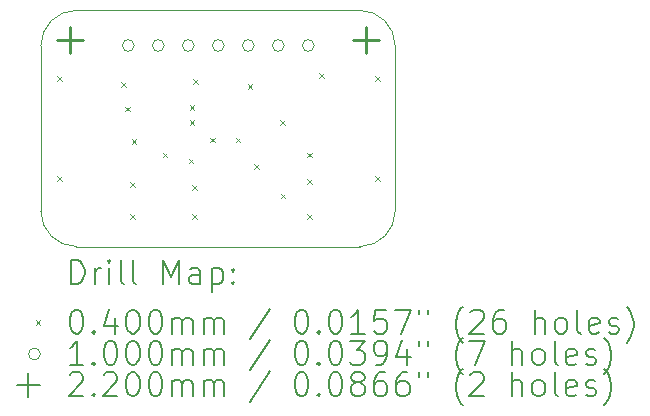
<source format=gbr>
%TF.GenerationSoftware,KiCad,Pcbnew,8.0.5*%
%TF.CreationDate,2024-10-27T10:57:34-07:00*%
%TF.ProjectId,bme688-ezzat-suhaime,626d6536-3838-42d6-957a-7a61742d7375,rev?*%
%TF.SameCoordinates,Original*%
%TF.FileFunction,Drillmap*%
%TF.FilePolarity,Positive*%
%FSLAX45Y45*%
G04 Gerber Fmt 4.5, Leading zero omitted, Abs format (unit mm)*
G04 Created by KiCad (PCBNEW 8.0.5) date 2024-10-27 10:57:34*
%MOMM*%
%LPD*%
G01*
G04 APERTURE LIST*
%ADD10C,0.100000*%
%ADD11C,0.200000*%
%ADD12C,0.220000*%
G04 APERTURE END LIST*
D10*
X21500000Y-8700000D02*
X23900000Y-8700000D01*
X24200000Y-9000000D02*
X24200000Y-10400000D01*
X21200000Y-9000000D02*
G75*
G02*
X21500000Y-8700000I300000J0D01*
G01*
X23900000Y-10700000D02*
X21500000Y-10700000D01*
X23900000Y-8700000D02*
G75*
G02*
X24200000Y-9000000I0J-300000D01*
G01*
X21500000Y-10700000D02*
G75*
G02*
X21200000Y-10400000I0J300000D01*
G01*
X21200000Y-10400000D02*
X21200000Y-9000000D01*
X24200000Y-10400000D02*
G75*
G02*
X23900000Y-10700000I-300000J0D01*
G01*
D11*
D10*
X21336250Y-9255000D02*
X21376250Y-9295000D01*
X21376250Y-9255000D02*
X21336250Y-9295000D01*
X21336250Y-10105000D02*
X21376250Y-10145000D01*
X21376250Y-10105000D02*
X21336250Y-10145000D01*
X21880480Y-9305000D02*
X21920480Y-9345000D01*
X21920480Y-9305000D02*
X21880480Y-9345000D01*
X21911730Y-9514760D02*
X21951730Y-9554760D01*
X21951730Y-9514760D02*
X21911730Y-9554760D01*
X21955000Y-10152500D02*
X21995000Y-10192500D01*
X21995000Y-10152500D02*
X21955000Y-10192500D01*
X21955000Y-10427500D02*
X21995000Y-10467500D01*
X21995000Y-10427500D02*
X21955000Y-10467500D01*
X21967500Y-9792500D02*
X22007500Y-9832500D01*
X22007500Y-9792500D02*
X21967500Y-9832500D01*
X22230000Y-9905000D02*
X22270000Y-9945000D01*
X22270000Y-9905000D02*
X22230000Y-9945000D01*
X22451434Y-9955000D02*
X22491434Y-9995000D01*
X22491434Y-9955000D02*
X22451434Y-9995000D01*
X22459520Y-9505000D02*
X22499520Y-9545000D01*
X22499520Y-9505000D02*
X22459520Y-9545000D01*
X22459520Y-9630000D02*
X22499520Y-9670000D01*
X22499520Y-9630000D02*
X22459520Y-9670000D01*
X22480000Y-10177500D02*
X22520000Y-10217500D01*
X22520000Y-10177500D02*
X22480000Y-10217500D01*
X22480000Y-10427500D02*
X22520000Y-10467500D01*
X22520000Y-10427500D02*
X22480000Y-10467500D01*
X22486114Y-9282500D02*
X22526114Y-9322500D01*
X22526114Y-9282500D02*
X22486114Y-9322500D01*
X22630000Y-9777500D02*
X22670000Y-9817500D01*
X22670000Y-9777500D02*
X22630000Y-9817500D01*
X22850000Y-9777500D02*
X22890000Y-9817500D01*
X22890000Y-9777500D02*
X22850000Y-9817500D01*
X22950000Y-9327500D02*
X22990000Y-9367500D01*
X22990000Y-9327500D02*
X22950000Y-9367500D01*
X23006010Y-10001490D02*
X23046010Y-10041490D01*
X23046010Y-10001490D02*
X23006010Y-10041490D01*
X23226967Y-9630533D02*
X23266967Y-9670533D01*
X23266967Y-9630533D02*
X23226967Y-9670533D01*
X23230000Y-10252500D02*
X23270000Y-10292500D01*
X23270000Y-10252500D02*
X23230000Y-10292500D01*
X23455000Y-9905000D02*
X23495000Y-9945000D01*
X23495000Y-9905000D02*
X23455000Y-9945000D01*
X23455000Y-10127500D02*
X23495000Y-10167500D01*
X23495000Y-10127500D02*
X23455000Y-10167500D01*
X23455000Y-10427500D02*
X23495000Y-10467500D01*
X23495000Y-10427500D02*
X23455000Y-10467500D01*
X23555000Y-9230000D02*
X23595000Y-9270000D01*
X23595000Y-9230000D02*
X23555000Y-9270000D01*
X24030000Y-9255000D02*
X24070000Y-9295000D01*
X24070000Y-9255000D02*
X24030000Y-9295000D01*
X24030000Y-10105000D02*
X24070000Y-10145000D01*
X24070000Y-10105000D02*
X24030000Y-10145000D01*
X21990000Y-8997500D02*
G75*
G02*
X21890000Y-8997500I-50000J0D01*
G01*
X21890000Y-8997500D02*
G75*
G02*
X21990000Y-8997500I50000J0D01*
G01*
X22244000Y-8997500D02*
G75*
G02*
X22144000Y-8997500I-50000J0D01*
G01*
X22144000Y-8997500D02*
G75*
G02*
X22244000Y-8997500I50000J0D01*
G01*
X22498000Y-8997500D02*
G75*
G02*
X22398000Y-8997500I-50000J0D01*
G01*
X22398000Y-8997500D02*
G75*
G02*
X22498000Y-8997500I50000J0D01*
G01*
X22752000Y-8997500D02*
G75*
G02*
X22652000Y-8997500I-50000J0D01*
G01*
X22652000Y-8997500D02*
G75*
G02*
X22752000Y-8997500I50000J0D01*
G01*
X23006000Y-8997500D02*
G75*
G02*
X22906000Y-8997500I-50000J0D01*
G01*
X22906000Y-8997500D02*
G75*
G02*
X23006000Y-8997500I50000J0D01*
G01*
X23260000Y-8997500D02*
G75*
G02*
X23160000Y-8997500I-50000J0D01*
G01*
X23160000Y-8997500D02*
G75*
G02*
X23260000Y-8997500I50000J0D01*
G01*
X23514000Y-8997500D02*
G75*
G02*
X23414000Y-8997500I-50000J0D01*
G01*
X23414000Y-8997500D02*
G75*
G02*
X23514000Y-8997500I50000J0D01*
G01*
D12*
X21450000Y-8840000D02*
X21450000Y-9060000D01*
X21340000Y-8950000D02*
X21560000Y-8950000D01*
X23950000Y-8840000D02*
X23950000Y-9060000D01*
X23840000Y-8950000D02*
X24060000Y-8950000D01*
D11*
X21455777Y-11016484D02*
X21455777Y-10816484D01*
X21455777Y-10816484D02*
X21503396Y-10816484D01*
X21503396Y-10816484D02*
X21531967Y-10826008D01*
X21531967Y-10826008D02*
X21551015Y-10845055D01*
X21551015Y-10845055D02*
X21560539Y-10864103D01*
X21560539Y-10864103D02*
X21570063Y-10902198D01*
X21570063Y-10902198D02*
X21570063Y-10930770D01*
X21570063Y-10930770D02*
X21560539Y-10968865D01*
X21560539Y-10968865D02*
X21551015Y-10987912D01*
X21551015Y-10987912D02*
X21531967Y-11006960D01*
X21531967Y-11006960D02*
X21503396Y-11016484D01*
X21503396Y-11016484D02*
X21455777Y-11016484D01*
X21655777Y-11016484D02*
X21655777Y-10883150D01*
X21655777Y-10921246D02*
X21665301Y-10902198D01*
X21665301Y-10902198D02*
X21674824Y-10892674D01*
X21674824Y-10892674D02*
X21693872Y-10883150D01*
X21693872Y-10883150D02*
X21712920Y-10883150D01*
X21779586Y-11016484D02*
X21779586Y-10883150D01*
X21779586Y-10816484D02*
X21770063Y-10826008D01*
X21770063Y-10826008D02*
X21779586Y-10835531D01*
X21779586Y-10835531D02*
X21789110Y-10826008D01*
X21789110Y-10826008D02*
X21779586Y-10816484D01*
X21779586Y-10816484D02*
X21779586Y-10835531D01*
X21903396Y-11016484D02*
X21884348Y-11006960D01*
X21884348Y-11006960D02*
X21874824Y-10987912D01*
X21874824Y-10987912D02*
X21874824Y-10816484D01*
X22008158Y-11016484D02*
X21989110Y-11006960D01*
X21989110Y-11006960D02*
X21979586Y-10987912D01*
X21979586Y-10987912D02*
X21979586Y-10816484D01*
X22236729Y-11016484D02*
X22236729Y-10816484D01*
X22236729Y-10816484D02*
X22303396Y-10959341D01*
X22303396Y-10959341D02*
X22370062Y-10816484D01*
X22370062Y-10816484D02*
X22370062Y-11016484D01*
X22551015Y-11016484D02*
X22551015Y-10911722D01*
X22551015Y-10911722D02*
X22541491Y-10892674D01*
X22541491Y-10892674D02*
X22522443Y-10883150D01*
X22522443Y-10883150D02*
X22484348Y-10883150D01*
X22484348Y-10883150D02*
X22465301Y-10892674D01*
X22551015Y-11006960D02*
X22531967Y-11016484D01*
X22531967Y-11016484D02*
X22484348Y-11016484D01*
X22484348Y-11016484D02*
X22465301Y-11006960D01*
X22465301Y-11006960D02*
X22455777Y-10987912D01*
X22455777Y-10987912D02*
X22455777Y-10968865D01*
X22455777Y-10968865D02*
X22465301Y-10949817D01*
X22465301Y-10949817D02*
X22484348Y-10940293D01*
X22484348Y-10940293D02*
X22531967Y-10940293D01*
X22531967Y-10940293D02*
X22551015Y-10930770D01*
X22646253Y-10883150D02*
X22646253Y-11083150D01*
X22646253Y-10892674D02*
X22665301Y-10883150D01*
X22665301Y-10883150D02*
X22703396Y-10883150D01*
X22703396Y-10883150D02*
X22722443Y-10892674D01*
X22722443Y-10892674D02*
X22731967Y-10902198D01*
X22731967Y-10902198D02*
X22741491Y-10921246D01*
X22741491Y-10921246D02*
X22741491Y-10978389D01*
X22741491Y-10978389D02*
X22731967Y-10997436D01*
X22731967Y-10997436D02*
X22722443Y-11006960D01*
X22722443Y-11006960D02*
X22703396Y-11016484D01*
X22703396Y-11016484D02*
X22665301Y-11016484D01*
X22665301Y-11016484D02*
X22646253Y-11006960D01*
X22827205Y-10997436D02*
X22836729Y-11006960D01*
X22836729Y-11006960D02*
X22827205Y-11016484D01*
X22827205Y-11016484D02*
X22817682Y-11006960D01*
X22817682Y-11006960D02*
X22827205Y-10997436D01*
X22827205Y-10997436D02*
X22827205Y-11016484D01*
X22827205Y-10892674D02*
X22836729Y-10902198D01*
X22836729Y-10902198D02*
X22827205Y-10911722D01*
X22827205Y-10911722D02*
X22817682Y-10902198D01*
X22817682Y-10902198D02*
X22827205Y-10892674D01*
X22827205Y-10892674D02*
X22827205Y-10911722D01*
D10*
X21155000Y-11325000D02*
X21195000Y-11365000D01*
X21195000Y-11325000D02*
X21155000Y-11365000D01*
D11*
X21493872Y-11236484D02*
X21512920Y-11236484D01*
X21512920Y-11236484D02*
X21531967Y-11246008D01*
X21531967Y-11246008D02*
X21541491Y-11255531D01*
X21541491Y-11255531D02*
X21551015Y-11274579D01*
X21551015Y-11274579D02*
X21560539Y-11312674D01*
X21560539Y-11312674D02*
X21560539Y-11360293D01*
X21560539Y-11360293D02*
X21551015Y-11398388D01*
X21551015Y-11398388D02*
X21541491Y-11417436D01*
X21541491Y-11417436D02*
X21531967Y-11426960D01*
X21531967Y-11426960D02*
X21512920Y-11436484D01*
X21512920Y-11436484D02*
X21493872Y-11436484D01*
X21493872Y-11436484D02*
X21474824Y-11426960D01*
X21474824Y-11426960D02*
X21465301Y-11417436D01*
X21465301Y-11417436D02*
X21455777Y-11398388D01*
X21455777Y-11398388D02*
X21446253Y-11360293D01*
X21446253Y-11360293D02*
X21446253Y-11312674D01*
X21446253Y-11312674D02*
X21455777Y-11274579D01*
X21455777Y-11274579D02*
X21465301Y-11255531D01*
X21465301Y-11255531D02*
X21474824Y-11246008D01*
X21474824Y-11246008D02*
X21493872Y-11236484D01*
X21646253Y-11417436D02*
X21655777Y-11426960D01*
X21655777Y-11426960D02*
X21646253Y-11436484D01*
X21646253Y-11436484D02*
X21636729Y-11426960D01*
X21636729Y-11426960D02*
X21646253Y-11417436D01*
X21646253Y-11417436D02*
X21646253Y-11436484D01*
X21827205Y-11303150D02*
X21827205Y-11436484D01*
X21779586Y-11226960D02*
X21731967Y-11369817D01*
X21731967Y-11369817D02*
X21855777Y-11369817D01*
X21970063Y-11236484D02*
X21989110Y-11236484D01*
X21989110Y-11236484D02*
X22008158Y-11246008D01*
X22008158Y-11246008D02*
X22017682Y-11255531D01*
X22017682Y-11255531D02*
X22027205Y-11274579D01*
X22027205Y-11274579D02*
X22036729Y-11312674D01*
X22036729Y-11312674D02*
X22036729Y-11360293D01*
X22036729Y-11360293D02*
X22027205Y-11398388D01*
X22027205Y-11398388D02*
X22017682Y-11417436D01*
X22017682Y-11417436D02*
X22008158Y-11426960D01*
X22008158Y-11426960D02*
X21989110Y-11436484D01*
X21989110Y-11436484D02*
X21970063Y-11436484D01*
X21970063Y-11436484D02*
X21951015Y-11426960D01*
X21951015Y-11426960D02*
X21941491Y-11417436D01*
X21941491Y-11417436D02*
X21931967Y-11398388D01*
X21931967Y-11398388D02*
X21922444Y-11360293D01*
X21922444Y-11360293D02*
X21922444Y-11312674D01*
X21922444Y-11312674D02*
X21931967Y-11274579D01*
X21931967Y-11274579D02*
X21941491Y-11255531D01*
X21941491Y-11255531D02*
X21951015Y-11246008D01*
X21951015Y-11246008D02*
X21970063Y-11236484D01*
X22160539Y-11236484D02*
X22179586Y-11236484D01*
X22179586Y-11236484D02*
X22198634Y-11246008D01*
X22198634Y-11246008D02*
X22208158Y-11255531D01*
X22208158Y-11255531D02*
X22217682Y-11274579D01*
X22217682Y-11274579D02*
X22227205Y-11312674D01*
X22227205Y-11312674D02*
X22227205Y-11360293D01*
X22227205Y-11360293D02*
X22217682Y-11398388D01*
X22217682Y-11398388D02*
X22208158Y-11417436D01*
X22208158Y-11417436D02*
X22198634Y-11426960D01*
X22198634Y-11426960D02*
X22179586Y-11436484D01*
X22179586Y-11436484D02*
X22160539Y-11436484D01*
X22160539Y-11436484D02*
X22141491Y-11426960D01*
X22141491Y-11426960D02*
X22131967Y-11417436D01*
X22131967Y-11417436D02*
X22122444Y-11398388D01*
X22122444Y-11398388D02*
X22112920Y-11360293D01*
X22112920Y-11360293D02*
X22112920Y-11312674D01*
X22112920Y-11312674D02*
X22122444Y-11274579D01*
X22122444Y-11274579D02*
X22131967Y-11255531D01*
X22131967Y-11255531D02*
X22141491Y-11246008D01*
X22141491Y-11246008D02*
X22160539Y-11236484D01*
X22312920Y-11436484D02*
X22312920Y-11303150D01*
X22312920Y-11322198D02*
X22322444Y-11312674D01*
X22322444Y-11312674D02*
X22341491Y-11303150D01*
X22341491Y-11303150D02*
X22370063Y-11303150D01*
X22370063Y-11303150D02*
X22389110Y-11312674D01*
X22389110Y-11312674D02*
X22398634Y-11331722D01*
X22398634Y-11331722D02*
X22398634Y-11436484D01*
X22398634Y-11331722D02*
X22408158Y-11312674D01*
X22408158Y-11312674D02*
X22427205Y-11303150D01*
X22427205Y-11303150D02*
X22455777Y-11303150D01*
X22455777Y-11303150D02*
X22474824Y-11312674D01*
X22474824Y-11312674D02*
X22484348Y-11331722D01*
X22484348Y-11331722D02*
X22484348Y-11436484D01*
X22579586Y-11436484D02*
X22579586Y-11303150D01*
X22579586Y-11322198D02*
X22589110Y-11312674D01*
X22589110Y-11312674D02*
X22608158Y-11303150D01*
X22608158Y-11303150D02*
X22636729Y-11303150D01*
X22636729Y-11303150D02*
X22655777Y-11312674D01*
X22655777Y-11312674D02*
X22665301Y-11331722D01*
X22665301Y-11331722D02*
X22665301Y-11436484D01*
X22665301Y-11331722D02*
X22674824Y-11312674D01*
X22674824Y-11312674D02*
X22693872Y-11303150D01*
X22693872Y-11303150D02*
X22722443Y-11303150D01*
X22722443Y-11303150D02*
X22741491Y-11312674D01*
X22741491Y-11312674D02*
X22751015Y-11331722D01*
X22751015Y-11331722D02*
X22751015Y-11436484D01*
X23141491Y-11226960D02*
X22970063Y-11484103D01*
X23398634Y-11236484D02*
X23417682Y-11236484D01*
X23417682Y-11236484D02*
X23436729Y-11246008D01*
X23436729Y-11246008D02*
X23446253Y-11255531D01*
X23446253Y-11255531D02*
X23455777Y-11274579D01*
X23455777Y-11274579D02*
X23465301Y-11312674D01*
X23465301Y-11312674D02*
X23465301Y-11360293D01*
X23465301Y-11360293D02*
X23455777Y-11398388D01*
X23455777Y-11398388D02*
X23446253Y-11417436D01*
X23446253Y-11417436D02*
X23436729Y-11426960D01*
X23436729Y-11426960D02*
X23417682Y-11436484D01*
X23417682Y-11436484D02*
X23398634Y-11436484D01*
X23398634Y-11436484D02*
X23379586Y-11426960D01*
X23379586Y-11426960D02*
X23370063Y-11417436D01*
X23370063Y-11417436D02*
X23360539Y-11398388D01*
X23360539Y-11398388D02*
X23351015Y-11360293D01*
X23351015Y-11360293D02*
X23351015Y-11312674D01*
X23351015Y-11312674D02*
X23360539Y-11274579D01*
X23360539Y-11274579D02*
X23370063Y-11255531D01*
X23370063Y-11255531D02*
X23379586Y-11246008D01*
X23379586Y-11246008D02*
X23398634Y-11236484D01*
X23551015Y-11417436D02*
X23560539Y-11426960D01*
X23560539Y-11426960D02*
X23551015Y-11436484D01*
X23551015Y-11436484D02*
X23541491Y-11426960D01*
X23541491Y-11426960D02*
X23551015Y-11417436D01*
X23551015Y-11417436D02*
X23551015Y-11436484D01*
X23684348Y-11236484D02*
X23703396Y-11236484D01*
X23703396Y-11236484D02*
X23722444Y-11246008D01*
X23722444Y-11246008D02*
X23731967Y-11255531D01*
X23731967Y-11255531D02*
X23741491Y-11274579D01*
X23741491Y-11274579D02*
X23751015Y-11312674D01*
X23751015Y-11312674D02*
X23751015Y-11360293D01*
X23751015Y-11360293D02*
X23741491Y-11398388D01*
X23741491Y-11398388D02*
X23731967Y-11417436D01*
X23731967Y-11417436D02*
X23722444Y-11426960D01*
X23722444Y-11426960D02*
X23703396Y-11436484D01*
X23703396Y-11436484D02*
X23684348Y-11436484D01*
X23684348Y-11436484D02*
X23665301Y-11426960D01*
X23665301Y-11426960D02*
X23655777Y-11417436D01*
X23655777Y-11417436D02*
X23646253Y-11398388D01*
X23646253Y-11398388D02*
X23636729Y-11360293D01*
X23636729Y-11360293D02*
X23636729Y-11312674D01*
X23636729Y-11312674D02*
X23646253Y-11274579D01*
X23646253Y-11274579D02*
X23655777Y-11255531D01*
X23655777Y-11255531D02*
X23665301Y-11246008D01*
X23665301Y-11246008D02*
X23684348Y-11236484D01*
X23941491Y-11436484D02*
X23827206Y-11436484D01*
X23884348Y-11436484D02*
X23884348Y-11236484D01*
X23884348Y-11236484D02*
X23865301Y-11265055D01*
X23865301Y-11265055D02*
X23846253Y-11284103D01*
X23846253Y-11284103D02*
X23827206Y-11293627D01*
X24122444Y-11236484D02*
X24027206Y-11236484D01*
X24027206Y-11236484D02*
X24017682Y-11331722D01*
X24017682Y-11331722D02*
X24027206Y-11322198D01*
X24027206Y-11322198D02*
X24046253Y-11312674D01*
X24046253Y-11312674D02*
X24093872Y-11312674D01*
X24093872Y-11312674D02*
X24112920Y-11322198D01*
X24112920Y-11322198D02*
X24122444Y-11331722D01*
X24122444Y-11331722D02*
X24131967Y-11350769D01*
X24131967Y-11350769D02*
X24131967Y-11398388D01*
X24131967Y-11398388D02*
X24122444Y-11417436D01*
X24122444Y-11417436D02*
X24112920Y-11426960D01*
X24112920Y-11426960D02*
X24093872Y-11436484D01*
X24093872Y-11436484D02*
X24046253Y-11436484D01*
X24046253Y-11436484D02*
X24027206Y-11426960D01*
X24027206Y-11426960D02*
X24017682Y-11417436D01*
X24198634Y-11236484D02*
X24331967Y-11236484D01*
X24331967Y-11236484D02*
X24246253Y-11436484D01*
X24398634Y-11236484D02*
X24398634Y-11274579D01*
X24474825Y-11236484D02*
X24474825Y-11274579D01*
X24770063Y-11512674D02*
X24760539Y-11503150D01*
X24760539Y-11503150D02*
X24741491Y-11474579D01*
X24741491Y-11474579D02*
X24731968Y-11455531D01*
X24731968Y-11455531D02*
X24722444Y-11426960D01*
X24722444Y-11426960D02*
X24712920Y-11379341D01*
X24712920Y-11379341D02*
X24712920Y-11341246D01*
X24712920Y-11341246D02*
X24722444Y-11293627D01*
X24722444Y-11293627D02*
X24731968Y-11265055D01*
X24731968Y-11265055D02*
X24741491Y-11246008D01*
X24741491Y-11246008D02*
X24760539Y-11217436D01*
X24760539Y-11217436D02*
X24770063Y-11207912D01*
X24836729Y-11255531D02*
X24846253Y-11246008D01*
X24846253Y-11246008D02*
X24865301Y-11236484D01*
X24865301Y-11236484D02*
X24912920Y-11236484D01*
X24912920Y-11236484D02*
X24931968Y-11246008D01*
X24931968Y-11246008D02*
X24941491Y-11255531D01*
X24941491Y-11255531D02*
X24951015Y-11274579D01*
X24951015Y-11274579D02*
X24951015Y-11293627D01*
X24951015Y-11293627D02*
X24941491Y-11322198D01*
X24941491Y-11322198D02*
X24827206Y-11436484D01*
X24827206Y-11436484D02*
X24951015Y-11436484D01*
X25122444Y-11236484D02*
X25084348Y-11236484D01*
X25084348Y-11236484D02*
X25065301Y-11246008D01*
X25065301Y-11246008D02*
X25055777Y-11255531D01*
X25055777Y-11255531D02*
X25036729Y-11284103D01*
X25036729Y-11284103D02*
X25027206Y-11322198D01*
X25027206Y-11322198D02*
X25027206Y-11398388D01*
X25027206Y-11398388D02*
X25036729Y-11417436D01*
X25036729Y-11417436D02*
X25046253Y-11426960D01*
X25046253Y-11426960D02*
X25065301Y-11436484D01*
X25065301Y-11436484D02*
X25103396Y-11436484D01*
X25103396Y-11436484D02*
X25122444Y-11426960D01*
X25122444Y-11426960D02*
X25131968Y-11417436D01*
X25131968Y-11417436D02*
X25141491Y-11398388D01*
X25141491Y-11398388D02*
X25141491Y-11350769D01*
X25141491Y-11350769D02*
X25131968Y-11331722D01*
X25131968Y-11331722D02*
X25122444Y-11322198D01*
X25122444Y-11322198D02*
X25103396Y-11312674D01*
X25103396Y-11312674D02*
X25065301Y-11312674D01*
X25065301Y-11312674D02*
X25046253Y-11322198D01*
X25046253Y-11322198D02*
X25036729Y-11331722D01*
X25036729Y-11331722D02*
X25027206Y-11350769D01*
X25379587Y-11436484D02*
X25379587Y-11236484D01*
X25465301Y-11436484D02*
X25465301Y-11331722D01*
X25465301Y-11331722D02*
X25455777Y-11312674D01*
X25455777Y-11312674D02*
X25436730Y-11303150D01*
X25436730Y-11303150D02*
X25408158Y-11303150D01*
X25408158Y-11303150D02*
X25389110Y-11312674D01*
X25389110Y-11312674D02*
X25379587Y-11322198D01*
X25589110Y-11436484D02*
X25570063Y-11426960D01*
X25570063Y-11426960D02*
X25560539Y-11417436D01*
X25560539Y-11417436D02*
X25551015Y-11398388D01*
X25551015Y-11398388D02*
X25551015Y-11341246D01*
X25551015Y-11341246D02*
X25560539Y-11322198D01*
X25560539Y-11322198D02*
X25570063Y-11312674D01*
X25570063Y-11312674D02*
X25589110Y-11303150D01*
X25589110Y-11303150D02*
X25617682Y-11303150D01*
X25617682Y-11303150D02*
X25636730Y-11312674D01*
X25636730Y-11312674D02*
X25646253Y-11322198D01*
X25646253Y-11322198D02*
X25655777Y-11341246D01*
X25655777Y-11341246D02*
X25655777Y-11398388D01*
X25655777Y-11398388D02*
X25646253Y-11417436D01*
X25646253Y-11417436D02*
X25636730Y-11426960D01*
X25636730Y-11426960D02*
X25617682Y-11436484D01*
X25617682Y-11436484D02*
X25589110Y-11436484D01*
X25770063Y-11436484D02*
X25751015Y-11426960D01*
X25751015Y-11426960D02*
X25741491Y-11407912D01*
X25741491Y-11407912D02*
X25741491Y-11236484D01*
X25922444Y-11426960D02*
X25903396Y-11436484D01*
X25903396Y-11436484D02*
X25865301Y-11436484D01*
X25865301Y-11436484D02*
X25846253Y-11426960D01*
X25846253Y-11426960D02*
X25836730Y-11407912D01*
X25836730Y-11407912D02*
X25836730Y-11331722D01*
X25836730Y-11331722D02*
X25846253Y-11312674D01*
X25846253Y-11312674D02*
X25865301Y-11303150D01*
X25865301Y-11303150D02*
X25903396Y-11303150D01*
X25903396Y-11303150D02*
X25922444Y-11312674D01*
X25922444Y-11312674D02*
X25931968Y-11331722D01*
X25931968Y-11331722D02*
X25931968Y-11350769D01*
X25931968Y-11350769D02*
X25836730Y-11369817D01*
X26008158Y-11426960D02*
X26027206Y-11436484D01*
X26027206Y-11436484D02*
X26065301Y-11436484D01*
X26065301Y-11436484D02*
X26084349Y-11426960D01*
X26084349Y-11426960D02*
X26093872Y-11407912D01*
X26093872Y-11407912D02*
X26093872Y-11398388D01*
X26093872Y-11398388D02*
X26084349Y-11379341D01*
X26084349Y-11379341D02*
X26065301Y-11369817D01*
X26065301Y-11369817D02*
X26036730Y-11369817D01*
X26036730Y-11369817D02*
X26017682Y-11360293D01*
X26017682Y-11360293D02*
X26008158Y-11341246D01*
X26008158Y-11341246D02*
X26008158Y-11331722D01*
X26008158Y-11331722D02*
X26017682Y-11312674D01*
X26017682Y-11312674D02*
X26036730Y-11303150D01*
X26036730Y-11303150D02*
X26065301Y-11303150D01*
X26065301Y-11303150D02*
X26084349Y-11312674D01*
X26160539Y-11512674D02*
X26170063Y-11503150D01*
X26170063Y-11503150D02*
X26189111Y-11474579D01*
X26189111Y-11474579D02*
X26198634Y-11455531D01*
X26198634Y-11455531D02*
X26208158Y-11426960D01*
X26208158Y-11426960D02*
X26217682Y-11379341D01*
X26217682Y-11379341D02*
X26217682Y-11341246D01*
X26217682Y-11341246D02*
X26208158Y-11293627D01*
X26208158Y-11293627D02*
X26198634Y-11265055D01*
X26198634Y-11265055D02*
X26189111Y-11246008D01*
X26189111Y-11246008D02*
X26170063Y-11217436D01*
X26170063Y-11217436D02*
X26160539Y-11207912D01*
D10*
X21195000Y-11609000D02*
G75*
G02*
X21095000Y-11609000I-50000J0D01*
G01*
X21095000Y-11609000D02*
G75*
G02*
X21195000Y-11609000I50000J0D01*
G01*
D11*
X21560539Y-11700484D02*
X21446253Y-11700484D01*
X21503396Y-11700484D02*
X21503396Y-11500484D01*
X21503396Y-11500484D02*
X21484348Y-11529055D01*
X21484348Y-11529055D02*
X21465301Y-11548103D01*
X21465301Y-11548103D02*
X21446253Y-11557627D01*
X21646253Y-11681436D02*
X21655777Y-11690960D01*
X21655777Y-11690960D02*
X21646253Y-11700484D01*
X21646253Y-11700484D02*
X21636729Y-11690960D01*
X21636729Y-11690960D02*
X21646253Y-11681436D01*
X21646253Y-11681436D02*
X21646253Y-11700484D01*
X21779586Y-11500484D02*
X21798634Y-11500484D01*
X21798634Y-11500484D02*
X21817682Y-11510008D01*
X21817682Y-11510008D02*
X21827205Y-11519531D01*
X21827205Y-11519531D02*
X21836729Y-11538579D01*
X21836729Y-11538579D02*
X21846253Y-11576674D01*
X21846253Y-11576674D02*
X21846253Y-11624293D01*
X21846253Y-11624293D02*
X21836729Y-11662388D01*
X21836729Y-11662388D02*
X21827205Y-11681436D01*
X21827205Y-11681436D02*
X21817682Y-11690960D01*
X21817682Y-11690960D02*
X21798634Y-11700484D01*
X21798634Y-11700484D02*
X21779586Y-11700484D01*
X21779586Y-11700484D02*
X21760539Y-11690960D01*
X21760539Y-11690960D02*
X21751015Y-11681436D01*
X21751015Y-11681436D02*
X21741491Y-11662388D01*
X21741491Y-11662388D02*
X21731967Y-11624293D01*
X21731967Y-11624293D02*
X21731967Y-11576674D01*
X21731967Y-11576674D02*
X21741491Y-11538579D01*
X21741491Y-11538579D02*
X21751015Y-11519531D01*
X21751015Y-11519531D02*
X21760539Y-11510008D01*
X21760539Y-11510008D02*
X21779586Y-11500484D01*
X21970063Y-11500484D02*
X21989110Y-11500484D01*
X21989110Y-11500484D02*
X22008158Y-11510008D01*
X22008158Y-11510008D02*
X22017682Y-11519531D01*
X22017682Y-11519531D02*
X22027205Y-11538579D01*
X22027205Y-11538579D02*
X22036729Y-11576674D01*
X22036729Y-11576674D02*
X22036729Y-11624293D01*
X22036729Y-11624293D02*
X22027205Y-11662388D01*
X22027205Y-11662388D02*
X22017682Y-11681436D01*
X22017682Y-11681436D02*
X22008158Y-11690960D01*
X22008158Y-11690960D02*
X21989110Y-11700484D01*
X21989110Y-11700484D02*
X21970063Y-11700484D01*
X21970063Y-11700484D02*
X21951015Y-11690960D01*
X21951015Y-11690960D02*
X21941491Y-11681436D01*
X21941491Y-11681436D02*
X21931967Y-11662388D01*
X21931967Y-11662388D02*
X21922444Y-11624293D01*
X21922444Y-11624293D02*
X21922444Y-11576674D01*
X21922444Y-11576674D02*
X21931967Y-11538579D01*
X21931967Y-11538579D02*
X21941491Y-11519531D01*
X21941491Y-11519531D02*
X21951015Y-11510008D01*
X21951015Y-11510008D02*
X21970063Y-11500484D01*
X22160539Y-11500484D02*
X22179586Y-11500484D01*
X22179586Y-11500484D02*
X22198634Y-11510008D01*
X22198634Y-11510008D02*
X22208158Y-11519531D01*
X22208158Y-11519531D02*
X22217682Y-11538579D01*
X22217682Y-11538579D02*
X22227205Y-11576674D01*
X22227205Y-11576674D02*
X22227205Y-11624293D01*
X22227205Y-11624293D02*
X22217682Y-11662388D01*
X22217682Y-11662388D02*
X22208158Y-11681436D01*
X22208158Y-11681436D02*
X22198634Y-11690960D01*
X22198634Y-11690960D02*
X22179586Y-11700484D01*
X22179586Y-11700484D02*
X22160539Y-11700484D01*
X22160539Y-11700484D02*
X22141491Y-11690960D01*
X22141491Y-11690960D02*
X22131967Y-11681436D01*
X22131967Y-11681436D02*
X22122444Y-11662388D01*
X22122444Y-11662388D02*
X22112920Y-11624293D01*
X22112920Y-11624293D02*
X22112920Y-11576674D01*
X22112920Y-11576674D02*
X22122444Y-11538579D01*
X22122444Y-11538579D02*
X22131967Y-11519531D01*
X22131967Y-11519531D02*
X22141491Y-11510008D01*
X22141491Y-11510008D02*
X22160539Y-11500484D01*
X22312920Y-11700484D02*
X22312920Y-11567150D01*
X22312920Y-11586198D02*
X22322444Y-11576674D01*
X22322444Y-11576674D02*
X22341491Y-11567150D01*
X22341491Y-11567150D02*
X22370063Y-11567150D01*
X22370063Y-11567150D02*
X22389110Y-11576674D01*
X22389110Y-11576674D02*
X22398634Y-11595722D01*
X22398634Y-11595722D02*
X22398634Y-11700484D01*
X22398634Y-11595722D02*
X22408158Y-11576674D01*
X22408158Y-11576674D02*
X22427205Y-11567150D01*
X22427205Y-11567150D02*
X22455777Y-11567150D01*
X22455777Y-11567150D02*
X22474824Y-11576674D01*
X22474824Y-11576674D02*
X22484348Y-11595722D01*
X22484348Y-11595722D02*
X22484348Y-11700484D01*
X22579586Y-11700484D02*
X22579586Y-11567150D01*
X22579586Y-11586198D02*
X22589110Y-11576674D01*
X22589110Y-11576674D02*
X22608158Y-11567150D01*
X22608158Y-11567150D02*
X22636729Y-11567150D01*
X22636729Y-11567150D02*
X22655777Y-11576674D01*
X22655777Y-11576674D02*
X22665301Y-11595722D01*
X22665301Y-11595722D02*
X22665301Y-11700484D01*
X22665301Y-11595722D02*
X22674824Y-11576674D01*
X22674824Y-11576674D02*
X22693872Y-11567150D01*
X22693872Y-11567150D02*
X22722443Y-11567150D01*
X22722443Y-11567150D02*
X22741491Y-11576674D01*
X22741491Y-11576674D02*
X22751015Y-11595722D01*
X22751015Y-11595722D02*
X22751015Y-11700484D01*
X23141491Y-11490960D02*
X22970063Y-11748103D01*
X23398634Y-11500484D02*
X23417682Y-11500484D01*
X23417682Y-11500484D02*
X23436729Y-11510008D01*
X23436729Y-11510008D02*
X23446253Y-11519531D01*
X23446253Y-11519531D02*
X23455777Y-11538579D01*
X23455777Y-11538579D02*
X23465301Y-11576674D01*
X23465301Y-11576674D02*
X23465301Y-11624293D01*
X23465301Y-11624293D02*
X23455777Y-11662388D01*
X23455777Y-11662388D02*
X23446253Y-11681436D01*
X23446253Y-11681436D02*
X23436729Y-11690960D01*
X23436729Y-11690960D02*
X23417682Y-11700484D01*
X23417682Y-11700484D02*
X23398634Y-11700484D01*
X23398634Y-11700484D02*
X23379586Y-11690960D01*
X23379586Y-11690960D02*
X23370063Y-11681436D01*
X23370063Y-11681436D02*
X23360539Y-11662388D01*
X23360539Y-11662388D02*
X23351015Y-11624293D01*
X23351015Y-11624293D02*
X23351015Y-11576674D01*
X23351015Y-11576674D02*
X23360539Y-11538579D01*
X23360539Y-11538579D02*
X23370063Y-11519531D01*
X23370063Y-11519531D02*
X23379586Y-11510008D01*
X23379586Y-11510008D02*
X23398634Y-11500484D01*
X23551015Y-11681436D02*
X23560539Y-11690960D01*
X23560539Y-11690960D02*
X23551015Y-11700484D01*
X23551015Y-11700484D02*
X23541491Y-11690960D01*
X23541491Y-11690960D02*
X23551015Y-11681436D01*
X23551015Y-11681436D02*
X23551015Y-11700484D01*
X23684348Y-11500484D02*
X23703396Y-11500484D01*
X23703396Y-11500484D02*
X23722444Y-11510008D01*
X23722444Y-11510008D02*
X23731967Y-11519531D01*
X23731967Y-11519531D02*
X23741491Y-11538579D01*
X23741491Y-11538579D02*
X23751015Y-11576674D01*
X23751015Y-11576674D02*
X23751015Y-11624293D01*
X23751015Y-11624293D02*
X23741491Y-11662388D01*
X23741491Y-11662388D02*
X23731967Y-11681436D01*
X23731967Y-11681436D02*
X23722444Y-11690960D01*
X23722444Y-11690960D02*
X23703396Y-11700484D01*
X23703396Y-11700484D02*
X23684348Y-11700484D01*
X23684348Y-11700484D02*
X23665301Y-11690960D01*
X23665301Y-11690960D02*
X23655777Y-11681436D01*
X23655777Y-11681436D02*
X23646253Y-11662388D01*
X23646253Y-11662388D02*
X23636729Y-11624293D01*
X23636729Y-11624293D02*
X23636729Y-11576674D01*
X23636729Y-11576674D02*
X23646253Y-11538579D01*
X23646253Y-11538579D02*
X23655777Y-11519531D01*
X23655777Y-11519531D02*
X23665301Y-11510008D01*
X23665301Y-11510008D02*
X23684348Y-11500484D01*
X23817682Y-11500484D02*
X23941491Y-11500484D01*
X23941491Y-11500484D02*
X23874825Y-11576674D01*
X23874825Y-11576674D02*
X23903396Y-11576674D01*
X23903396Y-11576674D02*
X23922444Y-11586198D01*
X23922444Y-11586198D02*
X23931967Y-11595722D01*
X23931967Y-11595722D02*
X23941491Y-11614769D01*
X23941491Y-11614769D02*
X23941491Y-11662388D01*
X23941491Y-11662388D02*
X23931967Y-11681436D01*
X23931967Y-11681436D02*
X23922444Y-11690960D01*
X23922444Y-11690960D02*
X23903396Y-11700484D01*
X23903396Y-11700484D02*
X23846253Y-11700484D01*
X23846253Y-11700484D02*
X23827206Y-11690960D01*
X23827206Y-11690960D02*
X23817682Y-11681436D01*
X24036729Y-11700484D02*
X24074825Y-11700484D01*
X24074825Y-11700484D02*
X24093872Y-11690960D01*
X24093872Y-11690960D02*
X24103396Y-11681436D01*
X24103396Y-11681436D02*
X24122444Y-11652865D01*
X24122444Y-11652865D02*
X24131967Y-11614769D01*
X24131967Y-11614769D02*
X24131967Y-11538579D01*
X24131967Y-11538579D02*
X24122444Y-11519531D01*
X24122444Y-11519531D02*
X24112920Y-11510008D01*
X24112920Y-11510008D02*
X24093872Y-11500484D01*
X24093872Y-11500484D02*
X24055777Y-11500484D01*
X24055777Y-11500484D02*
X24036729Y-11510008D01*
X24036729Y-11510008D02*
X24027206Y-11519531D01*
X24027206Y-11519531D02*
X24017682Y-11538579D01*
X24017682Y-11538579D02*
X24017682Y-11586198D01*
X24017682Y-11586198D02*
X24027206Y-11605246D01*
X24027206Y-11605246D02*
X24036729Y-11614769D01*
X24036729Y-11614769D02*
X24055777Y-11624293D01*
X24055777Y-11624293D02*
X24093872Y-11624293D01*
X24093872Y-11624293D02*
X24112920Y-11614769D01*
X24112920Y-11614769D02*
X24122444Y-11605246D01*
X24122444Y-11605246D02*
X24131967Y-11586198D01*
X24303396Y-11567150D02*
X24303396Y-11700484D01*
X24255777Y-11490960D02*
X24208158Y-11633817D01*
X24208158Y-11633817D02*
X24331967Y-11633817D01*
X24398634Y-11500484D02*
X24398634Y-11538579D01*
X24474825Y-11500484D02*
X24474825Y-11538579D01*
X24770063Y-11776674D02*
X24760539Y-11767150D01*
X24760539Y-11767150D02*
X24741491Y-11738579D01*
X24741491Y-11738579D02*
X24731968Y-11719531D01*
X24731968Y-11719531D02*
X24722444Y-11690960D01*
X24722444Y-11690960D02*
X24712920Y-11643341D01*
X24712920Y-11643341D02*
X24712920Y-11605246D01*
X24712920Y-11605246D02*
X24722444Y-11557627D01*
X24722444Y-11557627D02*
X24731968Y-11529055D01*
X24731968Y-11529055D02*
X24741491Y-11510008D01*
X24741491Y-11510008D02*
X24760539Y-11481436D01*
X24760539Y-11481436D02*
X24770063Y-11471912D01*
X24827206Y-11500484D02*
X24960539Y-11500484D01*
X24960539Y-11500484D02*
X24874825Y-11700484D01*
X25189110Y-11700484D02*
X25189110Y-11500484D01*
X25274825Y-11700484D02*
X25274825Y-11595722D01*
X25274825Y-11595722D02*
X25265301Y-11576674D01*
X25265301Y-11576674D02*
X25246253Y-11567150D01*
X25246253Y-11567150D02*
X25217682Y-11567150D01*
X25217682Y-11567150D02*
X25198634Y-11576674D01*
X25198634Y-11576674D02*
X25189110Y-11586198D01*
X25398634Y-11700484D02*
X25379587Y-11690960D01*
X25379587Y-11690960D02*
X25370063Y-11681436D01*
X25370063Y-11681436D02*
X25360539Y-11662388D01*
X25360539Y-11662388D02*
X25360539Y-11605246D01*
X25360539Y-11605246D02*
X25370063Y-11586198D01*
X25370063Y-11586198D02*
X25379587Y-11576674D01*
X25379587Y-11576674D02*
X25398634Y-11567150D01*
X25398634Y-11567150D02*
X25427206Y-11567150D01*
X25427206Y-11567150D02*
X25446253Y-11576674D01*
X25446253Y-11576674D02*
X25455777Y-11586198D01*
X25455777Y-11586198D02*
X25465301Y-11605246D01*
X25465301Y-11605246D02*
X25465301Y-11662388D01*
X25465301Y-11662388D02*
X25455777Y-11681436D01*
X25455777Y-11681436D02*
X25446253Y-11690960D01*
X25446253Y-11690960D02*
X25427206Y-11700484D01*
X25427206Y-11700484D02*
X25398634Y-11700484D01*
X25579587Y-11700484D02*
X25560539Y-11690960D01*
X25560539Y-11690960D02*
X25551015Y-11671912D01*
X25551015Y-11671912D02*
X25551015Y-11500484D01*
X25731968Y-11690960D02*
X25712920Y-11700484D01*
X25712920Y-11700484D02*
X25674825Y-11700484D01*
X25674825Y-11700484D02*
X25655777Y-11690960D01*
X25655777Y-11690960D02*
X25646253Y-11671912D01*
X25646253Y-11671912D02*
X25646253Y-11595722D01*
X25646253Y-11595722D02*
X25655777Y-11576674D01*
X25655777Y-11576674D02*
X25674825Y-11567150D01*
X25674825Y-11567150D02*
X25712920Y-11567150D01*
X25712920Y-11567150D02*
X25731968Y-11576674D01*
X25731968Y-11576674D02*
X25741491Y-11595722D01*
X25741491Y-11595722D02*
X25741491Y-11614769D01*
X25741491Y-11614769D02*
X25646253Y-11633817D01*
X25817682Y-11690960D02*
X25836730Y-11700484D01*
X25836730Y-11700484D02*
X25874825Y-11700484D01*
X25874825Y-11700484D02*
X25893872Y-11690960D01*
X25893872Y-11690960D02*
X25903396Y-11671912D01*
X25903396Y-11671912D02*
X25903396Y-11662388D01*
X25903396Y-11662388D02*
X25893872Y-11643341D01*
X25893872Y-11643341D02*
X25874825Y-11633817D01*
X25874825Y-11633817D02*
X25846253Y-11633817D01*
X25846253Y-11633817D02*
X25827206Y-11624293D01*
X25827206Y-11624293D02*
X25817682Y-11605246D01*
X25817682Y-11605246D02*
X25817682Y-11595722D01*
X25817682Y-11595722D02*
X25827206Y-11576674D01*
X25827206Y-11576674D02*
X25846253Y-11567150D01*
X25846253Y-11567150D02*
X25874825Y-11567150D01*
X25874825Y-11567150D02*
X25893872Y-11576674D01*
X25970063Y-11776674D02*
X25979587Y-11767150D01*
X25979587Y-11767150D02*
X25998634Y-11738579D01*
X25998634Y-11738579D02*
X26008158Y-11719531D01*
X26008158Y-11719531D02*
X26017682Y-11690960D01*
X26017682Y-11690960D02*
X26027206Y-11643341D01*
X26027206Y-11643341D02*
X26027206Y-11605246D01*
X26027206Y-11605246D02*
X26017682Y-11557627D01*
X26017682Y-11557627D02*
X26008158Y-11529055D01*
X26008158Y-11529055D02*
X25998634Y-11510008D01*
X25998634Y-11510008D02*
X25979587Y-11481436D01*
X25979587Y-11481436D02*
X25970063Y-11471912D01*
X21095000Y-11773000D02*
X21095000Y-11973000D01*
X20995000Y-11873000D02*
X21195000Y-11873000D01*
X21446253Y-11783531D02*
X21455777Y-11774008D01*
X21455777Y-11774008D02*
X21474824Y-11764484D01*
X21474824Y-11764484D02*
X21522444Y-11764484D01*
X21522444Y-11764484D02*
X21541491Y-11774008D01*
X21541491Y-11774008D02*
X21551015Y-11783531D01*
X21551015Y-11783531D02*
X21560539Y-11802579D01*
X21560539Y-11802579D02*
X21560539Y-11821627D01*
X21560539Y-11821627D02*
X21551015Y-11850198D01*
X21551015Y-11850198D02*
X21436729Y-11964484D01*
X21436729Y-11964484D02*
X21560539Y-11964484D01*
X21646253Y-11945436D02*
X21655777Y-11954960D01*
X21655777Y-11954960D02*
X21646253Y-11964484D01*
X21646253Y-11964484D02*
X21636729Y-11954960D01*
X21636729Y-11954960D02*
X21646253Y-11945436D01*
X21646253Y-11945436D02*
X21646253Y-11964484D01*
X21731967Y-11783531D02*
X21741491Y-11774008D01*
X21741491Y-11774008D02*
X21760539Y-11764484D01*
X21760539Y-11764484D02*
X21808158Y-11764484D01*
X21808158Y-11764484D02*
X21827205Y-11774008D01*
X21827205Y-11774008D02*
X21836729Y-11783531D01*
X21836729Y-11783531D02*
X21846253Y-11802579D01*
X21846253Y-11802579D02*
X21846253Y-11821627D01*
X21846253Y-11821627D02*
X21836729Y-11850198D01*
X21836729Y-11850198D02*
X21722444Y-11964484D01*
X21722444Y-11964484D02*
X21846253Y-11964484D01*
X21970063Y-11764484D02*
X21989110Y-11764484D01*
X21989110Y-11764484D02*
X22008158Y-11774008D01*
X22008158Y-11774008D02*
X22017682Y-11783531D01*
X22017682Y-11783531D02*
X22027205Y-11802579D01*
X22027205Y-11802579D02*
X22036729Y-11840674D01*
X22036729Y-11840674D02*
X22036729Y-11888293D01*
X22036729Y-11888293D02*
X22027205Y-11926388D01*
X22027205Y-11926388D02*
X22017682Y-11945436D01*
X22017682Y-11945436D02*
X22008158Y-11954960D01*
X22008158Y-11954960D02*
X21989110Y-11964484D01*
X21989110Y-11964484D02*
X21970063Y-11964484D01*
X21970063Y-11964484D02*
X21951015Y-11954960D01*
X21951015Y-11954960D02*
X21941491Y-11945436D01*
X21941491Y-11945436D02*
X21931967Y-11926388D01*
X21931967Y-11926388D02*
X21922444Y-11888293D01*
X21922444Y-11888293D02*
X21922444Y-11840674D01*
X21922444Y-11840674D02*
X21931967Y-11802579D01*
X21931967Y-11802579D02*
X21941491Y-11783531D01*
X21941491Y-11783531D02*
X21951015Y-11774008D01*
X21951015Y-11774008D02*
X21970063Y-11764484D01*
X22160539Y-11764484D02*
X22179586Y-11764484D01*
X22179586Y-11764484D02*
X22198634Y-11774008D01*
X22198634Y-11774008D02*
X22208158Y-11783531D01*
X22208158Y-11783531D02*
X22217682Y-11802579D01*
X22217682Y-11802579D02*
X22227205Y-11840674D01*
X22227205Y-11840674D02*
X22227205Y-11888293D01*
X22227205Y-11888293D02*
X22217682Y-11926388D01*
X22217682Y-11926388D02*
X22208158Y-11945436D01*
X22208158Y-11945436D02*
X22198634Y-11954960D01*
X22198634Y-11954960D02*
X22179586Y-11964484D01*
X22179586Y-11964484D02*
X22160539Y-11964484D01*
X22160539Y-11964484D02*
X22141491Y-11954960D01*
X22141491Y-11954960D02*
X22131967Y-11945436D01*
X22131967Y-11945436D02*
X22122444Y-11926388D01*
X22122444Y-11926388D02*
X22112920Y-11888293D01*
X22112920Y-11888293D02*
X22112920Y-11840674D01*
X22112920Y-11840674D02*
X22122444Y-11802579D01*
X22122444Y-11802579D02*
X22131967Y-11783531D01*
X22131967Y-11783531D02*
X22141491Y-11774008D01*
X22141491Y-11774008D02*
X22160539Y-11764484D01*
X22312920Y-11964484D02*
X22312920Y-11831150D01*
X22312920Y-11850198D02*
X22322444Y-11840674D01*
X22322444Y-11840674D02*
X22341491Y-11831150D01*
X22341491Y-11831150D02*
X22370063Y-11831150D01*
X22370063Y-11831150D02*
X22389110Y-11840674D01*
X22389110Y-11840674D02*
X22398634Y-11859722D01*
X22398634Y-11859722D02*
X22398634Y-11964484D01*
X22398634Y-11859722D02*
X22408158Y-11840674D01*
X22408158Y-11840674D02*
X22427205Y-11831150D01*
X22427205Y-11831150D02*
X22455777Y-11831150D01*
X22455777Y-11831150D02*
X22474824Y-11840674D01*
X22474824Y-11840674D02*
X22484348Y-11859722D01*
X22484348Y-11859722D02*
X22484348Y-11964484D01*
X22579586Y-11964484D02*
X22579586Y-11831150D01*
X22579586Y-11850198D02*
X22589110Y-11840674D01*
X22589110Y-11840674D02*
X22608158Y-11831150D01*
X22608158Y-11831150D02*
X22636729Y-11831150D01*
X22636729Y-11831150D02*
X22655777Y-11840674D01*
X22655777Y-11840674D02*
X22665301Y-11859722D01*
X22665301Y-11859722D02*
X22665301Y-11964484D01*
X22665301Y-11859722D02*
X22674824Y-11840674D01*
X22674824Y-11840674D02*
X22693872Y-11831150D01*
X22693872Y-11831150D02*
X22722443Y-11831150D01*
X22722443Y-11831150D02*
X22741491Y-11840674D01*
X22741491Y-11840674D02*
X22751015Y-11859722D01*
X22751015Y-11859722D02*
X22751015Y-11964484D01*
X23141491Y-11754960D02*
X22970063Y-12012103D01*
X23398634Y-11764484D02*
X23417682Y-11764484D01*
X23417682Y-11764484D02*
X23436729Y-11774008D01*
X23436729Y-11774008D02*
X23446253Y-11783531D01*
X23446253Y-11783531D02*
X23455777Y-11802579D01*
X23455777Y-11802579D02*
X23465301Y-11840674D01*
X23465301Y-11840674D02*
X23465301Y-11888293D01*
X23465301Y-11888293D02*
X23455777Y-11926388D01*
X23455777Y-11926388D02*
X23446253Y-11945436D01*
X23446253Y-11945436D02*
X23436729Y-11954960D01*
X23436729Y-11954960D02*
X23417682Y-11964484D01*
X23417682Y-11964484D02*
X23398634Y-11964484D01*
X23398634Y-11964484D02*
X23379586Y-11954960D01*
X23379586Y-11954960D02*
X23370063Y-11945436D01*
X23370063Y-11945436D02*
X23360539Y-11926388D01*
X23360539Y-11926388D02*
X23351015Y-11888293D01*
X23351015Y-11888293D02*
X23351015Y-11840674D01*
X23351015Y-11840674D02*
X23360539Y-11802579D01*
X23360539Y-11802579D02*
X23370063Y-11783531D01*
X23370063Y-11783531D02*
X23379586Y-11774008D01*
X23379586Y-11774008D02*
X23398634Y-11764484D01*
X23551015Y-11945436D02*
X23560539Y-11954960D01*
X23560539Y-11954960D02*
X23551015Y-11964484D01*
X23551015Y-11964484D02*
X23541491Y-11954960D01*
X23541491Y-11954960D02*
X23551015Y-11945436D01*
X23551015Y-11945436D02*
X23551015Y-11964484D01*
X23684348Y-11764484D02*
X23703396Y-11764484D01*
X23703396Y-11764484D02*
X23722444Y-11774008D01*
X23722444Y-11774008D02*
X23731967Y-11783531D01*
X23731967Y-11783531D02*
X23741491Y-11802579D01*
X23741491Y-11802579D02*
X23751015Y-11840674D01*
X23751015Y-11840674D02*
X23751015Y-11888293D01*
X23751015Y-11888293D02*
X23741491Y-11926388D01*
X23741491Y-11926388D02*
X23731967Y-11945436D01*
X23731967Y-11945436D02*
X23722444Y-11954960D01*
X23722444Y-11954960D02*
X23703396Y-11964484D01*
X23703396Y-11964484D02*
X23684348Y-11964484D01*
X23684348Y-11964484D02*
X23665301Y-11954960D01*
X23665301Y-11954960D02*
X23655777Y-11945436D01*
X23655777Y-11945436D02*
X23646253Y-11926388D01*
X23646253Y-11926388D02*
X23636729Y-11888293D01*
X23636729Y-11888293D02*
X23636729Y-11840674D01*
X23636729Y-11840674D02*
X23646253Y-11802579D01*
X23646253Y-11802579D02*
X23655777Y-11783531D01*
X23655777Y-11783531D02*
X23665301Y-11774008D01*
X23665301Y-11774008D02*
X23684348Y-11764484D01*
X23865301Y-11850198D02*
X23846253Y-11840674D01*
X23846253Y-11840674D02*
X23836729Y-11831150D01*
X23836729Y-11831150D02*
X23827206Y-11812103D01*
X23827206Y-11812103D02*
X23827206Y-11802579D01*
X23827206Y-11802579D02*
X23836729Y-11783531D01*
X23836729Y-11783531D02*
X23846253Y-11774008D01*
X23846253Y-11774008D02*
X23865301Y-11764484D01*
X23865301Y-11764484D02*
X23903396Y-11764484D01*
X23903396Y-11764484D02*
X23922444Y-11774008D01*
X23922444Y-11774008D02*
X23931967Y-11783531D01*
X23931967Y-11783531D02*
X23941491Y-11802579D01*
X23941491Y-11802579D02*
X23941491Y-11812103D01*
X23941491Y-11812103D02*
X23931967Y-11831150D01*
X23931967Y-11831150D02*
X23922444Y-11840674D01*
X23922444Y-11840674D02*
X23903396Y-11850198D01*
X23903396Y-11850198D02*
X23865301Y-11850198D01*
X23865301Y-11850198D02*
X23846253Y-11859722D01*
X23846253Y-11859722D02*
X23836729Y-11869246D01*
X23836729Y-11869246D02*
X23827206Y-11888293D01*
X23827206Y-11888293D02*
X23827206Y-11926388D01*
X23827206Y-11926388D02*
X23836729Y-11945436D01*
X23836729Y-11945436D02*
X23846253Y-11954960D01*
X23846253Y-11954960D02*
X23865301Y-11964484D01*
X23865301Y-11964484D02*
X23903396Y-11964484D01*
X23903396Y-11964484D02*
X23922444Y-11954960D01*
X23922444Y-11954960D02*
X23931967Y-11945436D01*
X23931967Y-11945436D02*
X23941491Y-11926388D01*
X23941491Y-11926388D02*
X23941491Y-11888293D01*
X23941491Y-11888293D02*
X23931967Y-11869246D01*
X23931967Y-11869246D02*
X23922444Y-11859722D01*
X23922444Y-11859722D02*
X23903396Y-11850198D01*
X24112920Y-11764484D02*
X24074825Y-11764484D01*
X24074825Y-11764484D02*
X24055777Y-11774008D01*
X24055777Y-11774008D02*
X24046253Y-11783531D01*
X24046253Y-11783531D02*
X24027206Y-11812103D01*
X24027206Y-11812103D02*
X24017682Y-11850198D01*
X24017682Y-11850198D02*
X24017682Y-11926388D01*
X24017682Y-11926388D02*
X24027206Y-11945436D01*
X24027206Y-11945436D02*
X24036729Y-11954960D01*
X24036729Y-11954960D02*
X24055777Y-11964484D01*
X24055777Y-11964484D02*
X24093872Y-11964484D01*
X24093872Y-11964484D02*
X24112920Y-11954960D01*
X24112920Y-11954960D02*
X24122444Y-11945436D01*
X24122444Y-11945436D02*
X24131967Y-11926388D01*
X24131967Y-11926388D02*
X24131967Y-11878769D01*
X24131967Y-11878769D02*
X24122444Y-11859722D01*
X24122444Y-11859722D02*
X24112920Y-11850198D01*
X24112920Y-11850198D02*
X24093872Y-11840674D01*
X24093872Y-11840674D02*
X24055777Y-11840674D01*
X24055777Y-11840674D02*
X24036729Y-11850198D01*
X24036729Y-11850198D02*
X24027206Y-11859722D01*
X24027206Y-11859722D02*
X24017682Y-11878769D01*
X24303396Y-11764484D02*
X24265301Y-11764484D01*
X24265301Y-11764484D02*
X24246253Y-11774008D01*
X24246253Y-11774008D02*
X24236729Y-11783531D01*
X24236729Y-11783531D02*
X24217682Y-11812103D01*
X24217682Y-11812103D02*
X24208158Y-11850198D01*
X24208158Y-11850198D02*
X24208158Y-11926388D01*
X24208158Y-11926388D02*
X24217682Y-11945436D01*
X24217682Y-11945436D02*
X24227206Y-11954960D01*
X24227206Y-11954960D02*
X24246253Y-11964484D01*
X24246253Y-11964484D02*
X24284348Y-11964484D01*
X24284348Y-11964484D02*
X24303396Y-11954960D01*
X24303396Y-11954960D02*
X24312920Y-11945436D01*
X24312920Y-11945436D02*
X24322444Y-11926388D01*
X24322444Y-11926388D02*
X24322444Y-11878769D01*
X24322444Y-11878769D02*
X24312920Y-11859722D01*
X24312920Y-11859722D02*
X24303396Y-11850198D01*
X24303396Y-11850198D02*
X24284348Y-11840674D01*
X24284348Y-11840674D02*
X24246253Y-11840674D01*
X24246253Y-11840674D02*
X24227206Y-11850198D01*
X24227206Y-11850198D02*
X24217682Y-11859722D01*
X24217682Y-11859722D02*
X24208158Y-11878769D01*
X24398634Y-11764484D02*
X24398634Y-11802579D01*
X24474825Y-11764484D02*
X24474825Y-11802579D01*
X24770063Y-12040674D02*
X24760539Y-12031150D01*
X24760539Y-12031150D02*
X24741491Y-12002579D01*
X24741491Y-12002579D02*
X24731968Y-11983531D01*
X24731968Y-11983531D02*
X24722444Y-11954960D01*
X24722444Y-11954960D02*
X24712920Y-11907341D01*
X24712920Y-11907341D02*
X24712920Y-11869246D01*
X24712920Y-11869246D02*
X24722444Y-11821627D01*
X24722444Y-11821627D02*
X24731968Y-11793055D01*
X24731968Y-11793055D02*
X24741491Y-11774008D01*
X24741491Y-11774008D02*
X24760539Y-11745436D01*
X24760539Y-11745436D02*
X24770063Y-11735912D01*
X24836729Y-11783531D02*
X24846253Y-11774008D01*
X24846253Y-11774008D02*
X24865301Y-11764484D01*
X24865301Y-11764484D02*
X24912920Y-11764484D01*
X24912920Y-11764484D02*
X24931968Y-11774008D01*
X24931968Y-11774008D02*
X24941491Y-11783531D01*
X24941491Y-11783531D02*
X24951015Y-11802579D01*
X24951015Y-11802579D02*
X24951015Y-11821627D01*
X24951015Y-11821627D02*
X24941491Y-11850198D01*
X24941491Y-11850198D02*
X24827206Y-11964484D01*
X24827206Y-11964484D02*
X24951015Y-11964484D01*
X25189110Y-11964484D02*
X25189110Y-11764484D01*
X25274825Y-11964484D02*
X25274825Y-11859722D01*
X25274825Y-11859722D02*
X25265301Y-11840674D01*
X25265301Y-11840674D02*
X25246253Y-11831150D01*
X25246253Y-11831150D02*
X25217682Y-11831150D01*
X25217682Y-11831150D02*
X25198634Y-11840674D01*
X25198634Y-11840674D02*
X25189110Y-11850198D01*
X25398634Y-11964484D02*
X25379587Y-11954960D01*
X25379587Y-11954960D02*
X25370063Y-11945436D01*
X25370063Y-11945436D02*
X25360539Y-11926388D01*
X25360539Y-11926388D02*
X25360539Y-11869246D01*
X25360539Y-11869246D02*
X25370063Y-11850198D01*
X25370063Y-11850198D02*
X25379587Y-11840674D01*
X25379587Y-11840674D02*
X25398634Y-11831150D01*
X25398634Y-11831150D02*
X25427206Y-11831150D01*
X25427206Y-11831150D02*
X25446253Y-11840674D01*
X25446253Y-11840674D02*
X25455777Y-11850198D01*
X25455777Y-11850198D02*
X25465301Y-11869246D01*
X25465301Y-11869246D02*
X25465301Y-11926388D01*
X25465301Y-11926388D02*
X25455777Y-11945436D01*
X25455777Y-11945436D02*
X25446253Y-11954960D01*
X25446253Y-11954960D02*
X25427206Y-11964484D01*
X25427206Y-11964484D02*
X25398634Y-11964484D01*
X25579587Y-11964484D02*
X25560539Y-11954960D01*
X25560539Y-11954960D02*
X25551015Y-11935912D01*
X25551015Y-11935912D02*
X25551015Y-11764484D01*
X25731968Y-11954960D02*
X25712920Y-11964484D01*
X25712920Y-11964484D02*
X25674825Y-11964484D01*
X25674825Y-11964484D02*
X25655777Y-11954960D01*
X25655777Y-11954960D02*
X25646253Y-11935912D01*
X25646253Y-11935912D02*
X25646253Y-11859722D01*
X25646253Y-11859722D02*
X25655777Y-11840674D01*
X25655777Y-11840674D02*
X25674825Y-11831150D01*
X25674825Y-11831150D02*
X25712920Y-11831150D01*
X25712920Y-11831150D02*
X25731968Y-11840674D01*
X25731968Y-11840674D02*
X25741491Y-11859722D01*
X25741491Y-11859722D02*
X25741491Y-11878769D01*
X25741491Y-11878769D02*
X25646253Y-11897817D01*
X25817682Y-11954960D02*
X25836730Y-11964484D01*
X25836730Y-11964484D02*
X25874825Y-11964484D01*
X25874825Y-11964484D02*
X25893872Y-11954960D01*
X25893872Y-11954960D02*
X25903396Y-11935912D01*
X25903396Y-11935912D02*
X25903396Y-11926388D01*
X25903396Y-11926388D02*
X25893872Y-11907341D01*
X25893872Y-11907341D02*
X25874825Y-11897817D01*
X25874825Y-11897817D02*
X25846253Y-11897817D01*
X25846253Y-11897817D02*
X25827206Y-11888293D01*
X25827206Y-11888293D02*
X25817682Y-11869246D01*
X25817682Y-11869246D02*
X25817682Y-11859722D01*
X25817682Y-11859722D02*
X25827206Y-11840674D01*
X25827206Y-11840674D02*
X25846253Y-11831150D01*
X25846253Y-11831150D02*
X25874825Y-11831150D01*
X25874825Y-11831150D02*
X25893872Y-11840674D01*
X25970063Y-12040674D02*
X25979587Y-12031150D01*
X25979587Y-12031150D02*
X25998634Y-12002579D01*
X25998634Y-12002579D02*
X26008158Y-11983531D01*
X26008158Y-11983531D02*
X26017682Y-11954960D01*
X26017682Y-11954960D02*
X26027206Y-11907341D01*
X26027206Y-11907341D02*
X26027206Y-11869246D01*
X26027206Y-11869246D02*
X26017682Y-11821627D01*
X26017682Y-11821627D02*
X26008158Y-11793055D01*
X26008158Y-11793055D02*
X25998634Y-11774008D01*
X25998634Y-11774008D02*
X25979587Y-11745436D01*
X25979587Y-11745436D02*
X25970063Y-11735912D01*
M02*

</source>
